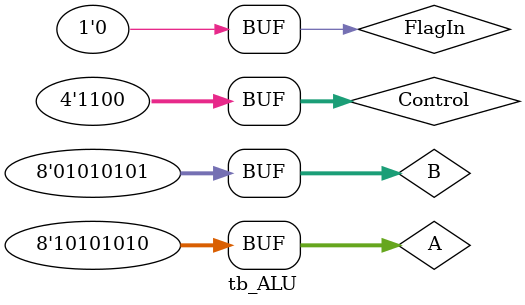
<source format=sv>
`timescale 1ns/1ps

module tb_ALU();
  parameter bits = 8;//Parametro 
  logic [bits-1:0] A, B;//Conexion
  logic FlagIn;
  logic [3:0] Control;
  logic FlagOut;
  logic [bits-1:0] Result;
  logic C;

  ALU #(bits) dut (
    .ALUA(A),
    .ALUB(B),
    .ALUFlagIn(FlagIn),
    .ALUControl(Control),
    .ALUFlags(FlagOut),
    .ALUResult(Result),
    .C(C));

  task test_case(input [3:0] ctrl, input [bits-1:0] a, b, input logic flag_in);
    begin
      A = a;
      B = b;
      FlagIn = flag_in;
      Control = ctrl;
      #5;
    end
  endtask

  initial begin
    // AND
    test_case(4'h0, 8'hF0, 8'h0F, 0);
    // OR
    test_case(4'h1, 8'hF0, 8'h0F, 0);
    // NOT (A)
    test_case(4'h2, 8'h55, 8'hAA, 0);
    // NOT (B)
    test_case(4'h2, 8'h55, 8'hAA, 1);
    // SUMA
    test_case(4'h3, 8'h0A, 8'h05, 0); // 10+5
    test_case(4'h3, 8'hFF, 8'h01, 0); // Overflow
    // RESTA
    test_case(4'h4, 8'h0A, 8'h05, 0); // 10-5
    test_case(4'h4, 8'h05, 8'h0A, 0); // Negativo
    // INC
    test_case(4'h5, 8'h0A, 8'h00, 0); // A+1
    test_case(4'h5, 8'h00, 8'h0A, 1); // B+1
    // DEC
    test_case(4'h6, 8'h0A, 8'h00, 0); // A-1
    test_case(4'h6, 8'h00, 8'h0A, 1); // B-1
    // XOR
    test_case(4'h7, 8'hF0, 8'h0F, 0);
    // SHIFT-L lógico
    test_case(4'h8, 8'h81, 8'h01, 0);
    test_case(4'h8, 8'h81, 8'h01, 1);
    // SHIFT-R lógico
    test_case(4'h9, 8'h81, 8'h01, 0);
    test_case(4'h9, 8'h81, 8'h01, 1);
    // SHIFT-ARITH-L
    test_case(4'hA, 8'h81, 8'h01, 0);
    // MAX
    test_case(4'hB, 8'h55, 8'hAA, 0);
    test_case(4'hB, 8'hAA, 8'h55, 0);
    // MIN
    test_case(4'hC, 8'h55, 8'hAA, 0);
    test_case(4'hC, 8'hAA, 8'h55, 0);
  end
endmodule

</source>
